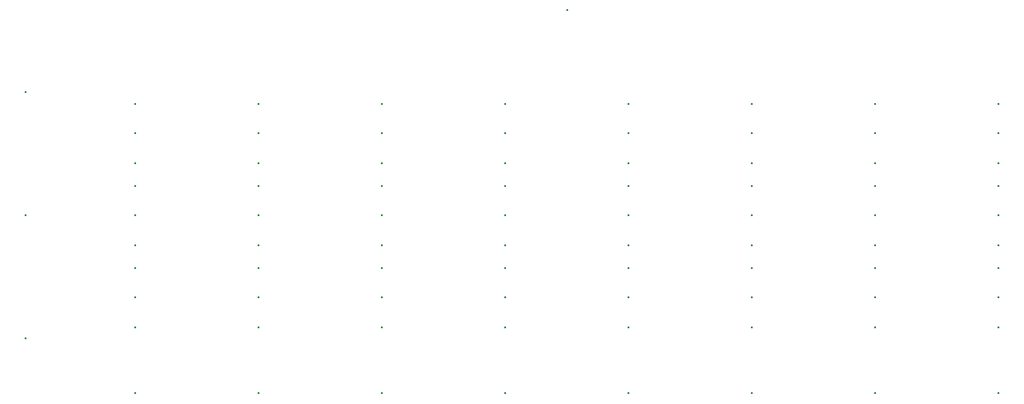
<source format=gbr>
G04 EAGLE Gerber RS-274X export*
G75*
%MOMM*%
%FSLAX34Y34*%
%LPD*%
%INSoldermask Top*%
%IPPOS*%
%AMOC8*
5,1,8,0,0,1.08239X$1,22.5*%
G01*
%ADD10C,0.203441*%


D10*
X203200Y522800D03*
X203200Y467800D03*
X203000Y495300D03*
X203200Y446600D03*
X203200Y391600D03*
X203000Y419100D03*
X203200Y370400D03*
X203200Y315400D03*
X203000Y342900D03*
X203200Y254000D03*
X317500Y522800D03*
X317500Y467800D03*
X317300Y495300D03*
X317500Y446600D03*
X317500Y391600D03*
X317300Y419100D03*
X317500Y370400D03*
X317500Y315400D03*
X317300Y342900D03*
X317500Y254000D03*
X431800Y522800D03*
X431800Y467800D03*
X431600Y495300D03*
X431800Y446600D03*
X431800Y391600D03*
X431600Y419100D03*
X431800Y370400D03*
X431800Y315400D03*
X431600Y342900D03*
X431800Y254000D03*
X546100Y522800D03*
X546100Y467800D03*
X545900Y495300D03*
X546100Y446600D03*
X546100Y391600D03*
X545900Y419100D03*
X546100Y370400D03*
X546100Y315400D03*
X545900Y342900D03*
X546100Y254000D03*
X660400Y522800D03*
X660400Y467800D03*
X660200Y495300D03*
X660400Y446600D03*
X660400Y391600D03*
X660200Y419100D03*
X660400Y370400D03*
X660400Y315400D03*
X660200Y342900D03*
X660400Y254000D03*
X774700Y522800D03*
X774700Y467800D03*
X774500Y495300D03*
X774700Y446600D03*
X774700Y391600D03*
X774500Y419100D03*
X774700Y370400D03*
X774700Y315400D03*
X774500Y342900D03*
X774700Y254000D03*
X889000Y522800D03*
X889000Y467800D03*
X888800Y495300D03*
X889000Y446600D03*
X889000Y391600D03*
X888800Y419100D03*
X889000Y370400D03*
X889000Y315400D03*
X888800Y342900D03*
X889000Y254000D03*
X1003300Y522800D03*
X1003300Y467800D03*
X1003100Y495300D03*
X1003300Y446600D03*
X1003300Y391600D03*
X1003100Y419100D03*
X1003300Y370400D03*
X1003300Y315400D03*
X1003100Y342900D03*
X1003300Y254000D03*
X603377Y609600D03*
X101600Y533400D03*
X101600Y419100D03*
X101600Y304800D03*
M02*

</source>
